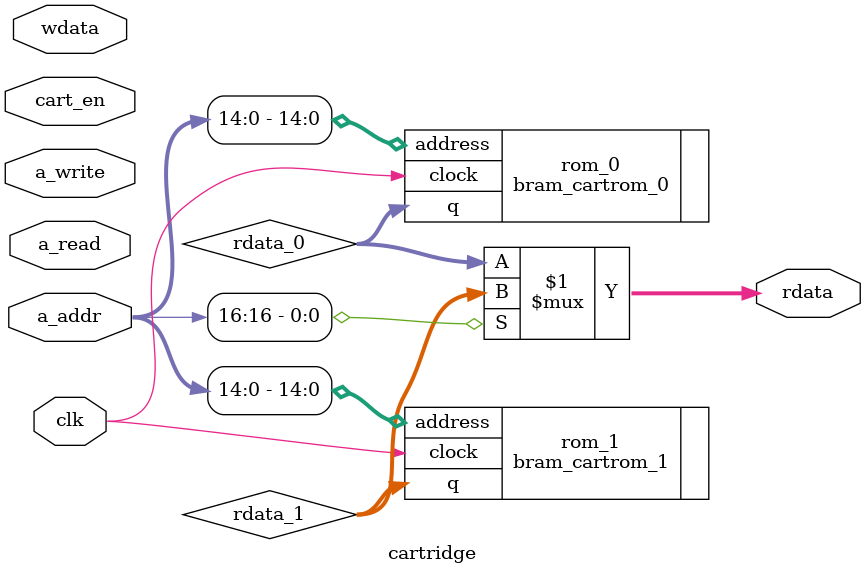
<source format=sv>


module cartridge (
    input logic clk,

    input logic [23:0] a_addr,
    input logic a_write,
    input logic a_read,
    input logic cart_en,
    output logic [7:0] rdata,
    input logic [7:0] wdata
);

    // Bank 00,01 の 8000-FFFF
    // ROMはIPで配置

    logic [7:0] rdata_0, rdata_1;

    bram_cartrom_0 rom_0(           // IP (ROM: 1-PORT, 8bit * 8000h)
        .address(a_addr[14:0]),     // rom/cartridge/cartrom_0.mif
        .clock(clk),
        .q(rdata_0)
    );

    bram_cartrom_1 rom_1(           // IP (ROM: 1-PORT, 8bit * 8000h)
        .address(a_addr[14:0]),     // rom/cartridge/cartrom_1.mif
        .clock(clk),
        .q(rdata_1)
    );

    assign rdata = a_addr[16] ? rdata_1 : rdata_0;
    
endmodule

</source>
